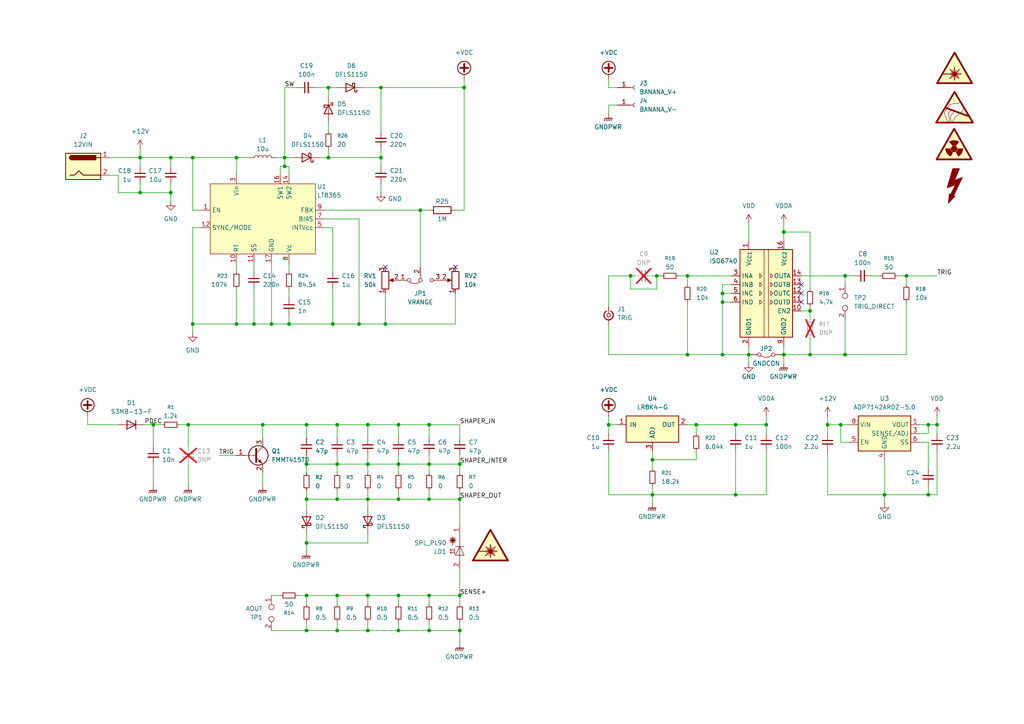
<source format=kicad_sch>
(kicad_sch (version 20250114) (generator "eeschema") (generator_version "9.0")
  (paper "A4")
  (junction (at 115.57 134.62))
  (junction (at 88.9 182.88))
  (junction (at 106.68 144.78))
  (junction (at 213.36 123.19))
  (junction (at 76.2 123.19))
  (junction (at 104.14 93.98))
  (junction (at 115.57 182.88))
  (junction (at 234.95 102.87))
  (junction (at 190.5 80.01))
  (junction (at 68.58 93.98))
  (junction (at 88.9 172.72))
  (junction (at 209.55 85.09))
  (junction (at 97.79 144.78))
  (junction (at 176.53 123.19))
  (junction (at 222.25 123.19))
  (junction (at 96.52 93.98))
  (junction (at 106.68 134.62))
  (junction (at 110.49 25.4))
  (junction (at 234.95 90.17))
  (junction (at 124.46 172.72))
  (junction (at 240.03 123.19))
  (junction (at 269.24 143.51))
  (junction (at 95.25 45.72))
  (junction (at 124.46 144.78))
  (junction (at 217.17 102.87))
  (junction (at 262.89 80.01))
  (junction (at 78.74 93.98))
  (junction (at 269.24 123.19))
  (junction (at 182.88 80.01))
  (junction (at 124.46 134.62))
  (junction (at 124.46 123.19))
  (junction (at 245.11 80.01))
  (junction (at 88.9 144.78))
  (junction (at 106.68 123.19))
  (junction (at 199.39 80.01))
  (junction (at 83.82 93.98))
  (junction (at 49.53 45.72))
  (junction (at 55.88 93.98))
  (junction (at 111.76 93.98))
  (junction (at 189.23 143.51))
  (junction (at 227.33 102.87))
  (junction (at 40.64 45.72))
  (junction (at 189.23 133.35))
  (junction (at 106.68 182.88))
  (junction (at 271.78 123.19))
  (junction (at 115.57 123.19))
  (junction (at 88.9 157.48))
  (junction (at 68.58 45.72))
  (junction (at 73.66 93.98))
  (junction (at 97.79 134.62))
  (junction (at 97.79 123.19))
  (junction (at 133.35 144.78))
  (junction (at 106.68 172.72))
  (junction (at 40.64 55.88))
  (junction (at 227.33 67.31))
  (junction (at 133.35 172.72))
  (junction (at 95.25 25.4))
  (junction (at 134.62 25.4))
  (junction (at 124.46 182.88))
  (junction (at 54.61 123.19))
  (junction (at 82.55 45.72))
  (junction (at 82.55 48.26))
  (junction (at 201.93 123.19))
  (junction (at 115.57 172.72))
  (junction (at 88.9 134.62))
  (junction (at 110.49 45.72))
  (junction (at 55.88 45.72))
  (junction (at 209.55 102.87))
  (junction (at 209.55 87.63))
  (junction (at 121.92 60.96))
  (junction (at 88.9 123.19))
  (junction (at 199.39 102.87))
  (junction (at 97.79 172.72))
  (junction (at 97.79 182.88))
  (junction (at 133.35 134.62))
  (junction (at 245.11 102.87))
  (junction (at 44.45 123.19))
  (junction (at 115.57 144.78))
  (junction (at 256.54 143.51))
  (junction (at 133.35 182.88))
  (junction (at 213.36 143.51))
  (junction (at 243.84 123.19))
  (junction (at 49.53 55.88))
  (no_connect (at 232.41 87.63))
  (no_connect (at 132.08 77.47))
  (no_connect (at 232.41 85.09))
  (no_connect (at 232.41 82.55))
  (no_connect (at 111.76 77.47))
  (wire (pts (xy 73.66 93.98) (xy 68.58 93.98)))
  (wire (pts (xy 88.9 123.19) (xy 88.9 127)))
  (wire (pts (xy 176.53 33.02) (xy 176.53 30.48)))
  (wire (pts (xy 106.68 180.34) (xy 106.68 182.88)))
  (wire (pts (xy 97.79 123.19) (xy 106.68 123.19)))
  (wire (pts (xy 124.46 123.19) (xy 133.35 123.19)))
  (wire (pts (xy 88.9 157.48) (xy 88.9 160.02)))
  (wire (pts (xy 78.74 93.98) (xy 73.66 93.98)))
  (wire (pts (xy 34.29 50.8) (xy 34.29 55.88)))
  (wire (pts (xy 115.57 172.72) (xy 115.57 175.26)))
  (wire (pts (xy 124.46 134.62) (xy 124.46 137.16)))
  (wire (pts (xy 262.89 102.87) (xy 245.11 102.87)))
  (wire (pts (xy 106.68 132.08) (xy 106.68 134.62)))
  (wire (pts (xy 271.78 123.19) (xy 271.78 125.73)))
  (wire (pts (xy 234.95 97.79) (xy 234.95 102.87)))
  (wire (pts (xy 83.82 91.44) (xy 83.82 93.98)))
  (wire (pts (xy 106.68 172.72) (xy 115.57 172.72)))
  (wire (pts (xy 115.57 123.19) (xy 115.57 127)))
  (wire (pts (xy 82.55 48.26) (xy 81.28 48.26)))
  (wire (pts (xy 232.41 80.01) (xy 245.11 80.01)))
  (wire (pts (xy 134.62 22.86) (xy 134.62 25.4)))
  (wire (pts (xy 260.35 80.01) (xy 262.89 80.01)))
  (wire (pts (xy 97.79 172.72) (xy 97.79 175.26)))
  (wire (pts (xy 95.25 45.72) (xy 110.49 45.72)))
  (wire (pts (xy 213.36 125.73) (xy 213.36 123.19)))
  (wire (pts (xy 76.2 123.19) (xy 76.2 127)))
  (wire (pts (xy 234.95 90.17) (xy 234.95 92.71)))
  (wire (pts (xy 110.49 45.72) (xy 110.49 48.26)))
  (wire (pts (xy 58.42 66.04) (xy 55.88 66.04)))
  (wire (pts (xy 271.78 130.81) (xy 271.78 143.51)))
  (wire (pts (xy 124.46 172.72) (xy 133.35 172.72)))
  (wire (pts (xy 189.23 140.97) (xy 189.23 143.51)))
  (wire (pts (xy 68.58 45.72) (xy 72.39 45.72)))
  (wire (pts (xy 110.49 43.18) (xy 110.49 45.72)))
  (wire (pts (xy 269.24 125.73) (xy 269.24 123.19)))
  (wire (pts (xy 104.14 93.98) (xy 104.14 63.5)))
  (wire (pts (xy 124.46 144.78) (xy 133.35 144.78)))
  (wire (pts (xy 179.07 25.4) (xy 176.53 25.4)))
  (wire (pts (xy 262.89 87.63) (xy 262.89 102.87)))
  (wire (pts (xy 96.52 78.74) (xy 96.52 66.04)))
  (wire (pts (xy 133.35 144.78) (xy 133.35 152.4)))
  (wire (pts (xy 82.55 45.72) (xy 82.55 48.26)))
  (wire (pts (xy 82.55 25.4) (xy 82.55 45.72)))
  (wire (pts (xy 41.91 123.19) (xy 44.45 123.19)))
  (wire (pts (xy 106.68 134.62) (xy 106.68 137.16)))
  (wire (pts (xy 176.53 123.19) (xy 179.07 123.19)))
  (wire (pts (xy 115.57 172.72) (xy 124.46 172.72)))
  (wire (pts (xy 78.74 182.88) (xy 88.9 182.88)))
  (wire (pts (xy 106.68 172.72) (xy 106.68 175.26)))
  (wire (pts (xy 252.73 80.01) (xy 255.27 80.01)))
  (wire (pts (xy 93.98 60.96) (xy 121.92 60.96)))
  (wire (pts (xy 91.44 25.4) (xy 95.25 25.4)))
  (wire (pts (xy 133.35 134.62) (xy 133.35 137.16)))
  (wire (pts (xy 217.17 102.87) (xy 217.17 105.41)))
  (wire (pts (xy 133.35 144.78) (xy 133.35 142.24)))
  (wire (pts (xy 182.88 80.01) (xy 184.15 80.01)))
  (wire (pts (xy 124.46 172.72) (xy 124.46 175.26)))
  (wire (pts (xy 55.88 66.04) (xy 55.88 93.98)))
  (wire (pts (xy 63.5 132.08) (xy 68.58 132.08)))
  (wire (pts (xy 124.46 182.88) (xy 133.35 182.88)))
  (wire (pts (xy 106.68 182.88) (xy 115.57 182.88)))
  (wire (pts (xy 104.14 63.5) (xy 93.98 63.5)))
  (wire (pts (xy 115.57 144.78) (xy 124.46 144.78)))
  (wire (pts (xy 49.53 53.34) (xy 49.53 55.88)))
  (wire (pts (xy 132.08 60.96) (xy 134.62 60.96)))
  (wire (pts (xy 269.24 123.19) (xy 271.78 123.19)))
  (wire (pts (xy 190.5 83.82) (xy 190.5 80.01)))
  (wire (pts (xy 97.79 142.24) (xy 97.79 144.78)))
  (wire (pts (xy 44.45 123.19) (xy 44.45 129.54)))
  (wire (pts (xy 95.25 27.94) (xy 95.25 25.4)))
  (wire (pts (xy 176.53 80.01) (xy 182.88 80.01)))
  (wire (pts (xy 76.2 123.19) (xy 88.9 123.19)))
  (wire (pts (xy 240.03 120.65) (xy 240.03 123.19)))
  (wire (pts (xy 176.53 130.81) (xy 176.53 143.51)))
  (wire (pts (xy 269.24 128.27) (xy 269.24 135.89)))
  (wire (pts (xy 88.9 132.08) (xy 88.9 134.62)))
  (wire (pts (xy 96.52 93.98) (xy 104.14 93.98)))
  (wire (pts (xy 40.64 53.34) (xy 40.64 55.88)))
  (wire (pts (xy 97.79 144.78) (xy 106.68 144.78)))
  (wire (pts (xy 182.88 83.82) (xy 190.5 83.82)))
  (wire (pts (xy 199.39 80.01) (xy 212.09 80.01)))
  (wire (pts (xy 106.68 157.48) (xy 106.68 154.94)))
  (wire (pts (xy 82.55 45.72) (xy 85.09 45.72)))
  (wire (pts (xy 240.03 123.19) (xy 240.03 125.73)))
  (wire (pts (xy 176.53 120.65) (xy 176.53 123.19)))
  (wire (pts (xy 83.82 50.8) (xy 83.82 48.26)))
  (wire (pts (xy 199.39 123.19) (xy 201.93 123.19)))
  (wire (pts (xy 97.79 132.08) (xy 97.79 134.62)))
  (wire (pts (xy 68.58 83.82) (xy 68.58 93.98)))
  (wire (pts (xy 25.4 120.65) (xy 25.4 123.19)))
  (wire (pts (xy 271.78 120.65) (xy 271.78 123.19)))
  (wire (pts (xy 49.53 45.72) (xy 40.64 45.72)))
  (wire (pts (xy 227.33 100.33) (xy 227.33 102.87)))
  (wire (pts (xy 34.29 55.88) (xy 40.64 55.88)))
  (wire (pts (xy 106.68 144.78) (xy 106.68 147.32)))
  (wire (pts (xy 40.64 55.88) (xy 49.53 55.88)))
  (wire (pts (xy 88.9 142.24) (xy 88.9 144.78)))
  (wire (pts (xy 189.23 133.35) (xy 201.93 133.35)))
  (wire (pts (xy 96.52 93.98) (xy 96.52 83.82)))
  (wire (pts (xy 199.39 80.01) (xy 199.39 82.55)))
  (wire (pts (xy 209.55 87.63) (xy 212.09 87.63)))
  (wire (pts (xy 246.38 128.27) (xy 243.84 128.27)))
  (wire (pts (xy 245.11 80.01) (xy 247.65 80.01)))
  (wire (pts (xy 227.33 67.31) (xy 234.95 67.31)))
  (wire (pts (xy 182.88 80.01) (xy 182.88 83.82)))
  (wire (pts (xy 256.54 133.35) (xy 256.54 143.51)))
  (wire (pts (xy 124.46 123.19) (xy 124.46 127)))
  (wire (pts (xy 201.93 133.35) (xy 201.93 130.81)))
  (wire (pts (xy 269.24 143.51) (xy 256.54 143.51)))
  (wire (pts (xy 40.64 45.72) (xy 40.64 48.26)))
  (wire (pts (xy 78.74 172.72) (xy 81.28 172.72)))
  (wire (pts (xy 95.25 43.18) (xy 95.25 45.72)))
  (wire (pts (xy 266.7 123.19) (xy 269.24 123.19)))
  (wire (pts (xy 115.57 142.24) (xy 115.57 144.78)))
  (wire (pts (xy 189.23 80.01) (xy 190.5 80.01)))
  (wire (pts (xy 54.61 123.19) (xy 54.61 129.54)))
  (wire (pts (xy 213.36 130.81) (xy 213.36 143.51)))
  (wire (pts (xy 232.41 90.17) (xy 234.95 90.17)))
  (wire (pts (xy 97.79 123.19) (xy 97.79 127)))
  (wire (pts (xy 196.85 80.01) (xy 199.39 80.01)))
  (wire (pts (xy 83.82 93.98) (xy 78.74 93.98)))
  (wire (pts (xy 115.57 134.62) (xy 124.46 134.62)))
  (wire (pts (xy 83.82 76.2) (xy 83.82 78.74)))
  (wire (pts (xy 227.33 64.77) (xy 227.33 67.31)))
  (wire (pts (xy 176.53 93.98) (xy 176.53 102.87)))
  (wire (pts (xy 234.95 88.9) (xy 234.95 90.17)))
  (wire (pts (xy 213.36 123.19) (xy 201.93 123.19)))
  (wire (pts (xy 190.5 80.01) (xy 191.77 80.01)))
  (wire (pts (xy 106.68 123.19) (xy 106.68 127)))
  (wire (pts (xy 97.79 182.88) (xy 106.68 182.88)))
  (wire (pts (xy 110.49 25.4) (xy 105.41 25.4)))
  (wire (pts (xy 245.11 82.55) (xy 245.11 80.01)))
  (wire (pts (xy 40.64 43.18) (xy 40.64 45.72)))
  (wire (pts (xy 110.49 38.1) (xy 110.49 25.4)))
  (wire (pts (xy 132.08 93.98) (xy 111.76 93.98)))
  (wire (pts (xy 115.57 132.08) (xy 115.57 134.62)))
  (wire (pts (xy 115.57 134.62) (xy 115.57 137.16)))
  (wire (pts (xy 266.7 125.73) (xy 269.24 125.73)))
  (wire (pts (xy 176.53 123.19) (xy 176.53 125.73)))
  (wire (pts (xy 31.75 50.8) (xy 34.29 50.8)))
  (wire (pts (xy 88.9 123.19) (xy 97.79 123.19)))
  (wire (pts (xy 106.68 123.19) (xy 115.57 123.19)))
  (wire (pts (xy 262.89 82.55) (xy 262.89 80.01)))
  (wire (pts (xy 25.4 123.19) (xy 34.29 123.19)))
  (wire (pts (xy 73.66 76.2) (xy 73.66 78.74)))
  (wire (pts (xy 176.53 143.51) (xy 189.23 143.51)))
  (wire (pts (xy 189.23 133.35) (xy 189.23 135.89)))
  (wire (pts (xy 209.55 85.09) (xy 209.55 87.63)))
  (wire (pts (xy 217.17 100.33) (xy 217.17 102.87)))
  (wire (pts (xy 55.88 60.96) (xy 58.42 60.96)))
  (wire (pts (xy 111.76 93.98) (xy 104.14 93.98)))
  (wire (pts (xy 201.93 125.73) (xy 201.93 123.19)))
  (wire (pts (xy 189.23 143.51) (xy 213.36 143.51)))
  (wire (pts (xy 227.33 67.31) (xy 227.33 69.85)))
  (wire (pts (xy 88.9 134.62) (xy 97.79 134.62)))
  (wire (pts (xy 83.82 93.98) (xy 96.52 93.98)))
  (wire (pts (xy 212.09 82.55) (xy 209.55 82.55)))
  (wire (pts (xy 176.53 80.01) (xy 176.53 88.9)))
  (wire (pts (xy 88.9 157.48) (xy 106.68 157.48)))
  (wire (pts (xy 73.66 83.82) (xy 73.66 93.98)))
  (wire (pts (xy 49.53 48.26) (xy 49.53 45.72)))
  (wire (pts (xy 213.36 123.19) (xy 222.25 123.19)))
  (wire (pts (xy 209.55 87.63) (xy 209.55 102.87)))
  (wire (pts (xy 199.39 102.87) (xy 209.55 102.87)))
  (wire (pts (xy 133.35 165.1) (xy 133.35 172.72)))
  (wire (pts (xy 115.57 123.19) (xy 124.46 123.19)))
  (wire (pts (xy 133.35 123.19) (xy 133.35 127)))
  (wire (pts (xy 110.49 25.4) (xy 134.62 25.4)))
  (wire (pts (xy 245.11 92.71) (xy 245.11 102.87)))
  (wire (pts (xy 133.35 172.72) (xy 133.35 175.26)))
  (wire (pts (xy 54.61 134.62) (xy 54.61 140.97)))
  (wire (pts (xy 209.55 82.55) (xy 209.55 85.09)))
  (wire (pts (xy 243.84 128.27) (xy 243.84 123.19)))
  (wire (pts (xy 55.88 93.98) (xy 55.88 96.52)))
  (wire (pts (xy 106.68 144.78) (xy 115.57 144.78)))
  (wire (pts (xy 243.84 123.19) (xy 246.38 123.19)))
  (wire (pts (xy 110.49 53.34) (xy 110.49 55.88)))
  (wire (pts (xy 88.9 172.72) (xy 88.9 175.26)))
  (wire (pts (xy 124.46 180.34) (xy 124.46 182.88)))
  (wire (pts (xy 124.46 134.62) (xy 133.35 134.62)))
  (wire (pts (xy 88.9 180.34) (xy 88.9 182.88)))
  (wire (pts (xy 271.78 143.51) (xy 269.24 143.51)))
  (wire (pts (xy 97.79 172.72) (xy 106.68 172.72)))
  (wire (pts (xy 88.9 144.78) (xy 88.9 147.32)))
  (wire (pts (xy 234.95 102.87) (xy 227.33 102.87)))
  (wire (pts (xy 213.36 143.51) (xy 222.25 143.51)))
  (wire (pts (xy 88.9 134.62) (xy 88.9 137.16)))
  (wire (pts (xy 88.9 144.78) (xy 97.79 144.78)))
  (wire (pts (xy 121.92 60.96) (xy 124.46 60.96)))
  (wire (pts (xy 88.9 154.94) (xy 88.9 157.48)))
  (wire (pts (xy 133.35 182.88) (xy 133.35 180.34)))
  (wire (pts (xy 68.58 45.72) (xy 68.58 50.8)))
  (wire (pts (xy 68.58 93.98) (xy 55.88 93.98)))
  (wire (pts (xy 88.9 182.88) (xy 97.79 182.88)))
  (wire (pts (xy 96.52 66.04) (xy 93.98 66.04)))
  (wire (pts (xy 81.28 48.26) (xy 81.28 50.8)))
  (wire (pts (xy 86.36 25.4) (xy 82.55 25.4)))
  (wire (pts (xy 199.39 102.87) (xy 176.53 102.87)))
  (wire (pts (xy 243.84 123.19) (xy 240.03 123.19)))
  (wire (pts (xy 111.76 85.09) (xy 111.76 93.98)))
  (wire (pts (xy 245.11 102.87) (xy 234.95 102.87)))
  (wire (pts (xy 269.24 140.97) (xy 269.24 143.51)))
  (wire (pts (xy 76.2 137.16) (xy 76.2 140.97)))
  (wire (pts (xy 106.68 142.24) (xy 106.68 144.78)))
  (wire (pts (xy 234.95 83.82) (xy 234.95 67.31)))
  (wire (pts (xy 189.23 146.05) (xy 189.23 143.51)))
  (wire (pts (xy 262.89 80.01) (xy 271.78 80.01)))
  (wire (pts (xy 176.53 30.48) (xy 179.07 30.48)))
  (wire (pts (xy 133.35 182.88) (xy 133.35 186.69)))
  (wire (pts (xy 106.68 134.62) (xy 115.57 134.62)))
  (wire (pts (xy 256.54 143.51) (xy 256.54 146.05)))
  (wire (pts (xy 80.01 45.72) (xy 82.55 45.72)))
  (wire (pts (xy 124.46 132.08) (xy 124.46 134.62)))
  (wire (pts (xy 222.25 143.51) (xy 222.25 130.81)))
  (wire (pts (xy 83.82 83.82) (xy 83.82 86.36)))
  (wire (pts (xy 86.36 172.72) (xy 88.9 172.72)))
  (wire (pts (xy 124.46 142.24) (xy 124.46 144.78)))
  (wire (pts (xy 83.82 48.26) (xy 82.55 48.26)))
  (wire (pts (xy 209.55 85.09) (xy 212.09 85.09)))
  (wire (pts (xy 44.45 123.19) (xy 46.99 123.19)))
  (wire (pts (xy 189.23 130.81) (xy 189.23 133.35)))
  (wire (pts (xy 240.03 143.51) (xy 256.54 143.51)))
  (wire (pts (xy 266.7 128.27) (xy 269.24 128.27)))
  (wire (pts (xy 199.39 87.63) (xy 199.39 102.87)))
  (wire (pts (xy 97.79 134.62) (xy 97.79 137.16)))
  (wire (pts (xy 222.25 123.19) (xy 222.25 125.73)))
  (wire (pts (xy 132.08 85.09) (xy 132.08 93.98)))
  (wire (pts (xy 97.79 180.34) (xy 97.79 182.88)))
  (wire (pts (xy 49.53 55.88) (xy 49.53 58.42)))
  (wire (pts (xy 95.25 35.56) (xy 95.25 38.1)))
  (wire (pts (xy 209.55 102.87) (xy 217.17 102.87)))
  (wire (pts (xy 92.71 45.72) (xy 95.25 45.72)))
  (wire (pts (xy 217.17 64.77) (xy 217.17 69.85)))
  (wire (pts (xy 134.62 60.96) (xy 134.62 25.4)))
  (wire (pts (xy 88.9 172.72) (xy 97.79 172.72)))
  (wire (pts (xy 227.33 102.87) (xy 227.33 105.41)))
  (wire (pts (xy 68.58 45.72) (xy 55.88 45.72)))
  (wire (pts (xy 68.58 76.2) (xy 68.58 78.74)))
  (wire (pts (xy 222.25 120.65) (xy 222.25 123.19)))
  (wire (pts (xy 133.35 132.08) (xy 133.35 134.62)))
  (wire (pts (xy 31.75 45.72) (xy 40.64 45.72)))
  (wire (pts (xy 52.07 123.19) (xy 54.61 123.19)))
  (wire (pts (xy 115.57 180.34) (xy 115.57 182.88)))
  (wire (pts (xy 78.74 76.2) (xy 78.74 93.98)))
  (wire (pts (xy 95.25 25.4) (xy 97.79 25.4)))
  (wire (pts (xy 240.03 130.81) (xy 240.03 143.51)))
  (wire (pts (xy 97.79 134.62) (xy 106.68 134.62)))
  (wire (pts (xy 115.57 182.88) (xy 124.46 182.88)))
  (wire (pts (xy 44.45 134.62) (xy 44.45 140.97)))
  (wire (pts (xy 176.53 25.4) (xy 176.53 22.86)))
  (wire (pts (xy 55.88 45.72) (xy 55.88 60.96)))
  (wire (pts (xy 49.53 45.72) (xy 55.88 45.72)))
  (wire (pts (xy 121.92 60.96) (xy 121.92 77.47)))
  (wire (pts (xy 54.61 123.19) (xy 76.2 123.19)))
  (label "SW" (at 82.55 25.4 0))
  (label "PDEC" (at 41.91 123.19 0))
  (label "SENSE+" (at 133.35 172.72 0))
  (label "TRIG" (at 63.5 132.08 0))
  (label "SHAPER_IN" (at 133.35 123.19 0))
  (label "SHAPER_OUT" (at 133.35 144.78 0))
  (label "TRIG" (at 271.78 80.01 0))
  (label "SHAPER_INTER" (at 133.35 134.62 0))
  (symbol (lib_id "Device:C_Small") (at 110.49 50.8 180) (unit 1)
    (property "Reference" "C21" (at 113.03 49.5235 0) (effects (justify right)))
    (property "Value" "220n" (at 113.03 52.0635 0) (effects (justify right)))
    (property "Footprint" "Capacitor_SMD:C_2220_5750Metric" (effects (hide yes)))
    (property "Description" "Unpolarized capacitor, small symbol" (effects (hide yes)))
    (property "DIGIKEY_PN" "490-3520-1-ND" (effects (hide yes)))
  )
  (symbol (lib_id "Device:C_Small") (at 106.68 129.54 0) (unit 1)
    (property "Reference" "C4" (at 109.22 128.2762 0) (effects (justify left)))
    (property "Value" "47p" (at 109.22 130.8162 0) (effects (justify left)))
    (property "Footprint" "Capacitor_SMD:C_1210_3225Metric" (effects (hide yes)))
    (property "Description" "Unpolarized capacitor, small symbol" (effects (hide yes)))
    (property "DIGIKEY_PN" "720-1040-1-ND" (effects (hide yes)))
  )
  (symbol (lib_id "power:GND") (at 256.54 146.05 0) (unit 1)
    (property "Reference" "#PWR022" (effects (hide yes)))
    (property "Value" "GND" (at 256.54 149.86 0))
    (property "Description" "Power symbol creates a global label with name \"GND\" , ground" (effects (hide yes)))
  )
  (symbol (lib_id "Device:R_Potentiometer") (at 111.76 81.28 0) (mirror x) (unit 1)
    (property "Reference" "RV1" (at 109.22 80.0099 0) (effects (justify right)))
    (property "Value" "50k" (at 109.22 82.5499 0) (effects (justify right)))
    (property "Footprint" "Potentiometer_SMD:Potentiometer_Bourns_3314S_Horizontal" (effects (hide yes)))
    (property "Description" "Potentiometer" (effects (hide yes)))
    (property "DIGIKEY_PN" "3314J-503ECT-ND" (effects (hide yes)))
  )
  (symbol (lib_id "Device:C_Small") (at 54.61 132.08 0) (unit 1) (dnp yes)
    (property "Reference" "C13" (at 57.15 130.8162 0) (effects (justify left)))
    (property "Value" "DNP" (at 57.15 133.3562 0) (effects (justify left)))
    (property "Footprint" "Capacitor_SMD:C_1210_3225Metric" (effects (hide yes)))
    (property "Description" "Unpolarized capacitor, small symbol" (effects (hide yes)))
  )
  (symbol (lib_id "power:+VDC") (at 176.53 120.65 0) (unit 1)
    (property "Reference" "#PWR010" (effects (hide yes)))
    (property "Value" "+VDC" (at 176.53 113.03 0))
    (property "Description" "Power symbol creates a global label with name \"+VDC\"" (effects (hide yes)))
  )
  (symbol (lib_id "power:GNDPWR") (at 88.9 160.02 0) (unit 1)
    (property "Reference" "#PWR04" (effects (hide yes)))
    (property "Value" "GNDPWR" (at 88.773 163.83 0))
    (property "Description" "Power symbol creates a global label with name \"GNDPWR\" , global ground" (effects (hide yes)))
  )
  (symbol (lib_id "Device:C_Small") (at 110.49 40.64 180) (unit 1)
    (property "Reference" "C20" (at 113.03 39.3635 0) (effects (justify right)))
    (property "Value" "220n" (at 113.03 41.9035 0) (effects (justify right)))
    (property "Footprint" "Capacitor_SMD:C_2220_5750Metric" (effects (hide yes)))
    (property "Description" "Unpolarized capacitor, small symbol" (effects (hide yes)))
    (property "DIGIKEY_PN" "490-3520-1-ND" (effects (hide yes)))
  )
  (symbol (lib_id "Connector:Conn_01x01_Socket") (at 184.15 25.4 0) (unit 1)
    (property "Reference" "J3" (at 185.42 24.1299 0) (effects (justify left)))
    (property "Value" "BANANA_V+" (at 185.42 26.6699 0) (effects (justify left)))
    (property "Footprint" "MountingHole:MountingHole_3.7mm_Pad_Via" (effects (hide yes)))
    (property "Description" "Generic connector, single row, 01x01, script generated" (effects (hide yes)))
    (property "DIGIKEY_PN" "J10125-ND" (effects (hide yes)))
  )
  (symbol (lib_id "Device:C_Small") (at 44.45 132.08 0) (unit 1)
    (property "Reference" "C1" (at 46.99 130.8162 0) (effects (justify left)))
    (property "Value" "10n" (at 46.99 133.3562 0) (effects (justify left)))
    (property "Footprint" "Capacitor_SMD:C_1210_3225Metric" (effects (hide yes)))
    (property "Description" "Unpolarized capacitor, small symbol" (effects (hide yes)))
    (property "DIGIKEY_PN" "709-VPDF102W103K1GV001ECT-ND" (effects (hide yes)))
  )
  (symbol (lib_id "Device:R_Small") (at 124.46 139.7 0) (unit 1)
    (property "Reference" "R6" (at 127 138.4299 0) (effects (font (size 1.016 1.016)) (justify left)))
    (property "Value" "0" (at 127 140.9699 0) (effects (justify left)))
    (property "Footprint" "Resistor_SMD:R_1210_3225Metric" (effects (hide yes)))
    (property "Description" "Resistor, small symbol" (effects (hide yes)))
    (property "DIGIKEY_PN" "RMCF1210ZT0R00CT-ND" (effects (hide yes)))
  )
  (symbol (lib_id "Device:C_Small") (at 124.46 129.54 0) (unit 1)
    (property "Reference" "C6" (at 127 128.2762 0) (effects (justify left)))
    (property "Value" "47p" (at 127 130.8162 0) (effects (justify left)))
    (property "Footprint" "Capacitor_SMD:C_1210_3225Metric" (effects (hide yes)))
    (property "Description" "Unpolarized capacitor, small symbol" (effects (hide yes)))
    (property "DIGIKEY_PN" "720-1040-1-ND" (effects (hide yes)))
  )
  (symbol (lib_id "Device:L") (at 76.2 45.72 90) (unit 1)
    (property "Reference" "L1" (at 76.2 40.64 90))
    (property "Value" "10u" (at 76.2 43.18 90))
    (property "Footprint" "Inductor_SMD_Wurth:L_Wurth_WE-LQSH-4020" (effects (hide yes)))
    (property "Description" "Inductor" (effects (hide yes)))
    (property "DIGIKEY_PN" "732-3336-1-ND" (effects (hide yes)))
  )
  (symbol (lib_id "Device:R_Small") (at 234.95 86.36 180) (unit 1)
    (property "Reference" "R16" (at 237.49 85.0899 0) (effects (font (size 1.016 1.016)) (justify right)))
    (property "Value" "4.7k" (at 237.49 87.6299 0) (effects (justify right)))
    (property "Footprint" "Resistor_SMD:R_0603_1608Metric" (effects (hide yes)))
    (property "Description" "Resistor, small symbol" (effects (hide yes)))
    (property "DIGIKEY_PN" "311-4.70KHRCT-ND" (effects (hide yes)))
  )
  (symbol (lib_id "Device:R_Small") (at 257.81 80.01 90) (unit 1)
    (property "Reference" "R15" (at 257.81 74.93 90) (effects (font (size 1.016 1.016))))
    (property "Value" "50" (at 257.81 77.47 90))
    (property "Footprint" "Resistor_SMD:R_0603_1608Metric" (effects (hide yes)))
    (property "Description" "Resistor, small symbol" (effects (hide yes)))
    (property "DIGIKEY_PN" "764-FC0603E50R0BTBST1CT-ND" (effects (hide yes)))
  )
  (symbol (lib_id "Device:D_Schottky") (at 88.9 45.72 180) (unit 1)
    (property "Reference" "D4" (at 89.2175 39.37 0))
    (property "Value" "DFLS1150" (at 89.2175 41.91 0))
    (property "Footprint" "Diode_SMD:D_PowerDI-123" (effects (hide yes)))
    (property "Description" "Schottky diode" (effects (hide yes)))
    (property "DIGIKEY_PN" "DFLS1150Q-7DICT-ND" (effects (hide yes)))
  )
  (symbol (lib_id "Device:D_Schottky") (at 95.25 31.75 270) (unit 1)
    (property "Reference" "D5" (at 97.79 30.1624 90) (effects (justify left)))
    (property "Value" "DFLS1150" (at 97.79 32.7024 90) (effects (justify left)))
    (property "Footprint" "Diode_SMD:D_PowerDI-123" (effects (hide yes)))
    (property "Description" "Schottky diode" (effects (hide yes)))
    (property "DIGIKEY_PN" "DFLS1150Q-7DICT-ND" (effects (hide yes)))
  )
  (symbol (lib_id "Graphic:SYM_Flash_Large") (at 276.86 53.34 0) (unit 1) (exclude_from_sim yes) (in_bom no) (on_board no)
    (property "Reference" "#SYM2" (effects (hide yes)))
    (property "Value" "SYM_Flash_Large" (effects (hide yes)))
    (property "Description" "Flash symbol, large" (effects (hide yes)))
  )
  (symbol (lib_id "Device:R_Small") (at 124.46 177.8 0) (unit 1)
    (property "Reference" "R12" (at 127 176.5299 0) (effects (font (size 1.016 1.016)) (justify left)))
    (property "Value" "0.5" (at 127 179.0699 0) (effects (justify left)))
    (property "Footprint" "Resistor_SMD:R_1210_3225Metric" (effects (hide yes)))
    (property "Description" "Resistor, small symbol" (effects (hide yes)))
    (property "DIGIKEY_PN" "311-0.5NACT-ND" (effects (hide yes)))
  )
  (symbol (lib_id "Device:R_Small") (at 97.79 177.8 0) (unit 1)
    (property "Reference" "R9" (at 100.33 176.5299 0) (effects (font (size 1.016 1.016)) (justify left)))
    (property "Value" "0.5" (at 100.33 179.0699 0) (effects (justify left)))
    (property "Footprint" "Resistor_SMD:R_1210_3225Metric" (effects (hide yes)))
    (property "Description" "Resistor, small symbol" (effects (hide yes)))
    (property "DIGIKEY_PN" "311-0.5NACT-ND" (effects (hide yes)))
  )
  (symbol (lib_id "Device:R_Potentiometer") (at 132.08 81.28 180) (unit 1)
    (property "Reference" "RV2" (at 134.62 80.0099 0) (effects (justify right)))
    (property "Value" "10k" (at 134.62 82.5499 0) (effects (justify right)))
    (property "Footprint" "Potentiometer_SMD:Potentiometer_Bourns_3314S_Horizontal" (effects (hide yes)))
    (property "Description" "Potentiometer" (effects (hide yes)))
    (property "DIGIKEY_PN" "3314J-103ECT-ND" (effects (hide yes)))
  )
  (symbol (lib_id "power:GNDPWR") (at 189.23 146.05 0) (unit 1)
    (property "Reference" "#PWR011" (effects (hide yes)))
    (property "Value" "GNDPWR" (at 189.103 149.86 0))
    (property "Description" "Power symbol creates a global label with name \"GNDPWR\" , global ground" (effects (hide yes)))
  )
  (symbol (lib_id "Device:R_Small") (at 189.23 138.43 0) (unit 1)
    (property "Reference" "R21" (at 191.77 137.1599 0) (effects (font (size 1.016 1.016)) (justify left)))
    (property "Value" "18.2k" (at 191.77 139.6999 0) (effects (justify left)))
    (property "Footprint" "Resistor_SMD:R_0603_1608Metric" (effects (hide yes)))
    (property "Description" "Resistor, small symbol" (effects (hide yes)))
    (property "DIGIKEY_PN" "RMCF0603FT18K2CT-ND" (effects (hide yes)))
  )
  (symbol (lib_id "Device:R_Small") (at 68.58 81.28 0) (mirror y) (unit 1)
    (property "Reference" "R23" (at 66.04 80.0099 0) (effects (font (size 1.016 1.016)) (justify left)))
    (property "Value" "107k" (at 66.04 82.5499 0) (effects (justify left)))
    (property "Footprint" "Resistor_SMD:R_0603_1608Metric" (effects (hide yes)))
    (property "Description" "Resistor, small symbol" (effects (hide yes)))
    (property "DIGIKEY_PN" "311-107KHRCT-ND" (effects (hide yes)))
  )
  (symbol (lib_id "power:VDDA") (at 227.33 64.77 0) (unit 1)
    (property "Reference" "#PWR09" (effects (hide yes)))
    (property "Value" "VDDA" (at 227.33 59.69 0))
    (property "Description" "Power symbol creates a global label with name \"VDDA\"" (effects (hide yes)))
  )
  (symbol (lib_id "Connector:Barrel_Jack") (at 24.13 48.26 0) (unit 1)
    (property "Reference" "J2" (at 24.13 39.37 0))
    (property "Value" "12VIN" (at 24.13 41.91 0))
    (property "Footprint" "Connector_BarrelJack:BarrelJack_Wuerth_694106106102_2.0x5.5mm" (effects (hide yes)))
    (property "Description" "DC Barrel Jack" (effects (hide yes)))
    (property "DIGIKEY_PN" "732-5929-1-ND" (effects (hide yes)))
  )
  (symbol (lib_id "power:+12V") (at 40.64 43.18 0) (unit 1)
    (property "Reference" "#PWR020" (effects (hide yes)))
    (property "Value" "+12V" (at 40.64 38.1 0))
    (property "Description" "Power symbol creates a global label with name \"+12V\"" (effects (hide yes)))
  )
  (symbol (lib_id "Device:R_Small") (at 262.89 85.09 0) (unit 1)
    (property "Reference" "R18" (at 265.43 83.8199 0) (effects (font (size 1.016 1.016)) (justify left)))
    (property "Value" "10k" (at 265.43 86.3599 0) (effects (justify left)))
    (property "Footprint" "Resistor_SMD:R_0603_1608Metric" (effects (hide yes)))
    (property "Description" "Resistor, small symbol" (effects (hide yes)))
    (property "DIGIKEY_PN" "RMCF0603JT10K0CT-ND" (effects (hide yes)))
  )
  (symbol (lib_id "Device:C_Small") (at 133.35 129.54 0) (unit 1)
    (property "Reference" "C7" (at 135.89 128.2762 0) (effects (justify left)))
    (property "Value" "47p" (at 135.89 130.8162 0) (effects (justify left)))
    (property "Footprint" "Capacitor_SMD:C_1210_3225Metric" (effects (hide yes)))
    (property "Description" "Unpolarized capacitor, small symbol" (effects (hide yes)))
    (property "DIGIKEY_PN" "720-1040-1-ND" (effects (hide yes)))
  )
  (symbol (lib_id "Transistor_BJT:Q_NPN_BEC") (at 73.66 132.08 0) (unit 1)
    (property "Reference" "Q1" (at 78.74 130.8099 0) (effects (justify left)))
    (property "Value" "FMMT415TD" (at 78.74 133.3499 0) (effects (justify left)))
    (property "Footprint" "Package_TO_SOT_SMD:SOT-23-3" (effects (hide yes)))
    (property "Description" "NPN transistor, base/emitter/collector" (effects (hide yes)))
    (property "DIGIKEY_PN" "FMMT415TDCT-ND" (effects (hide yes)))
  )
  (symbol (lib_id "power:GND") (at 55.88 96.52 0) (unit 1)
    (property "Reference" "#PWR014" (effects (hide yes)))
    (property "Value" "GND" (at 55.88 101.6 0))
    (property "Description" "Power symbol creates a global label with name \"GND\" , ground" (effects (hide yes)))
  )
  (symbol (lib_id "converter:LT8365") (at 76.2 63.5 0) (unit 1)
    (property "Reference" "U1" (at 91.948 54.102 0) (effects (justify left)))
    (property "Value" "LT8365" (at 91.948 56.642 0) (effects (justify left)))
    (property "Footprint" "Package_SO:Analog_MSOP-12-16-1EP_3x4.039mm_P0.5mm_EP1.651x2.845mm_ThermalVias" (effects (hide yes)))
    (property "DIGIKEY_PN" "505-LT8365EMSE#TRPBFCT-ND" (effects (hide yes)))
  )
  (symbol (lib_id "power:+VDC") (at 134.62 22.86 0) (unit 1)
    (property "Reference" "#PWR017" (effects (hide yes)))
    (property "Value" "+VDC" (at 134.62 15.24 0))
    (property "Description" "Power symbol creates a global label with name \"+VDC\"" (effects (hide yes)))
  )
  (symbol (lib_id "Connector:TestPoint_2Pole") (at 78.74 177.8 90) (mirror x) (unit 1)
    (property "Reference" "TP1" (at 76.2 179.0701 90) (effects (justify left)))
    (property "Value" "AOUT" (at 76.2 176.5301 90) (effects (justify left)))
    (property "Footprint" "Connector_Coaxial:SMA_Amphenol_132134-10_Vertical" (effects (hide yes)))
    (property "Description" "2-polar test point" (effects (hide yes)))
    (property "DIGIKEY_PN" "132134-10" (effects (hide yes)))
  )
  (symbol (lib_id "Diode:UF5408") (at 38.1 123.19 180) (unit 1)
    (property "Reference" "D1" (at 38.1 116.84 0))
    (property "Value" "S3MB-13-F" (at 38.1 119.38 0))
    (property "Footprint" "Diode_SMD:D_SMB" (effects (hide yes)))
    (property "Datasheet" "http://www.vishay.com/docs/88756/uf5400.pdf" (effects (hide yes)))
    (property "Description" "1000V 3A Soft Recovery Ultrafast Rectifier Diode, DO-201AD" (effects (hide yes)))
    (property "Sim.Device" "D" (effects (hide yes)))
    (property "Sim.Pins" "1=K 2=A" (effects (hide yes)))
    (property "DIGIKEY_PN" "S3MB-FDICT-ND" (effects (hide yes)))
  )
  (symbol (lib_id "Device:C_Small") (at 186.69 80.01 90) (unit 1) (dnp yes)
    (property "Reference" "C9" (at 186.6963 73.66 90))
    (property "Value" "DNP" (at 186.6963 76.2 90))
    (property "Footprint" "Capacitor_SMD:C_0603_1608Metric" (effects (hide yes)))
    (property "Description" "Unpolarized capacitor, small symbol" (effects (hide yes)))
  )
  (symbol (lib_id "Regulator_Linear:ADP7142ARDZ-5.0") (at 256.54 125.73 0) (unit 1)
    (property "Reference" "U3" (at 256.54 115.57 0))
    (property "Value" "ADP7142ARDZ-5.0" (at 256.54 118.11 0))
    (property "Footprint" "Package_SO:SOIC-8-1EP_3.9x4.9mm_P1.27mm_EP2.29x3mm" (effects (hide yes)))
    (property "Datasheet" "https://www.analog.com/media/en/technical-documentation/data-sheets/ADP7142.pdf" (effects (hide yes)))
    (property "Description" "200mA, Low Noise, CMOS Low Dropout Regulator, Positive, 5.0V Fixed Output, SOIC-8" (effects (hide yes)))
    (property "DIGIKEY_PN" "505-ADP7142ARDZ-5.0-ND" (effects (hide yes)))
  )
  (symbol (lib_id "Device:R_Small") (at 95.25 40.64 0) (unit 1)
    (property "Reference" "R26" (at 97.79 39.3699 0) (effects (font (size 1.016 1.016)) (justify left)))
    (property "Value" "20" (at 97.79 41.9099 0) (effects (justify left)))
    (property "Footprint" "Resistor_SMD:R_0805_2012Metric" (effects (hide yes)))
    (property "Description" "Resistor, small symbol" (effects (hide yes)))
    (property "DIGIKEY_PN" "738-RNCF0805DTE20R0CT-ND" (effects (hide yes)))
  )
  (symbol (lib_id "Jumper:Jumper_2_Bridged") (at 222.25 102.87 0) (mirror x) (unit 1)
    (property "Reference" "JP2" (at 222.25 101.092 0))
    (property "Value" "GNDCON" (at 222.25 105.41 0))
    (property "Footprint" "Jumper:SolderJumper-2_P1.3mm_Bridged_Pad1.0x1.5mm" (effects (hide yes)))
    (property "Description" "Jumper, 2-pole, closed/bridged" (effects (hide yes)))
  )
  (symbol (lib_id "Device:C_Small") (at 222.25 128.27 180) (unit 1)
    (property "Reference" "C12" (at 224.79 126.9935 0) (effects (justify right)))
    (property "Value" "100n" (at 224.79 129.5335 0) (effects (justify right)))
    (property "Footprint" "Capacitor_SMD:C_1210_3225Metric" (effects (hide yes)))
    (property "Description" "Unpolarized capacitor, small symbol" (effects (hide yes)))
    (property "DIGIKEY_PN" "445-2300-1-ND" (effects (hide yes)))
  )
  (symbol (lib_id "Device:R_Small") (at 133.35 177.8 0) (unit 1)
    (property "Reference" "R13" (at 135.89 176.5299 0) (effects (font (size 1.016 1.016)) (justify left)))
    (property "Value" "0.5" (at 135.89 179.0699 0) (effects (justify left)))
    (property "Footprint" "Resistor_SMD:R_1210_3225Metric" (effects (hide yes)))
    (property "Description" "Resistor, small symbol" (effects (hide yes)))
    (property "DIGIKEY_PN" "311-0.5NACT-ND" (effects (hide yes)))
  )
  (symbol (lib_id "Device:R_Small") (at 133.35 139.7 0) (unit 1)
    (property "Reference" "R7" (at 135.89 138.4299 0) (effects (font (size 1.016 1.016)) (justify left)))
    (property "Value" "0" (at 135.89 140.9699 0) (effects (justify left)))
    (property "Footprint" "Resistor_SMD:R_1210_3225Metric" (effects (hide yes)))
    (property "Description" "Resistor, small symbol" (effects (hide yes)))
    (property "DIGIKEY_PN" "RMCF1210ZT0R00CT-ND" (effects (hide yes)))
  )
  (symbol (lib_id "Device:R_Small") (at 88.9 139.7 0) (unit 1)
    (property "Reference" "R2" (at 91.44 138.4299 0) (effects (font (size 1.016 1.016)) (justify left)))
    (property "Value" "0" (at 91.44 140.9699 0) (effects (justify left)))
    (property "Footprint" "Resistor_SMD:R_1210_3225Metric" (effects (hide yes)))
    (property "Description" "Resistor, small symbol" (effects (hide yes)))
    (property "DIGIKEY_PN" "RMCF1210ZT0R00CT-ND" (effects (hide yes)))
  )
  (symbol (lib_id "Jumper:Jumper_3_Bridged12") (at 121.92 81.28 0) (mirror x) (unit 1) (in_bom no)
    (property "Reference" "JP1" (at 121.92 85.09 0))
    (property "Value" "VRANGE" (at 121.92 87.63 0))
    (property "Footprint" "Jumper:SolderJumper-3_P1.3mm_Bridged2Bar12_Pad1.0x1.5mm" (effects (hide yes)))
    (property "Description" "Jumper, 3-pole, pins 1+2 closed/bridged" (effects (hide yes)))
  )
  (symbol (lib_id "power:+12V") (at 240.03 120.65 0) (unit 1)
    (property "Reference" "#PWR021" (effects (hide yes)))
    (property "Value" "+12V" (at 240.03 115.57 0))
    (property "Description" "Power symbol creates a global label with name \"+12V\"" (effects (hide yes)))
  )
  (symbol (lib_id "Device:C_Small") (at 240.03 128.27 0) (unit 1)
    (property "Reference" "C22" (at 237.49 127.0062 0) (effects (justify right)))
    (property "Value" "2.2u" (at 237.49 129.5462 0) (effects (justify right)))
    (property "Footprint" "Capacitor_SMD:C_0603_1608Metric" (effects (hide yes)))
    (property "Description" "Unpolarized capacitor, small symbol" (effects (hide yes)))
    (property "DIGIKEY_PN" "490-GRM188Z71E225ME43DCT-ND" (effects (hide yes)))
  )
  (symbol (lib_id "Device:C_Small") (at 96.52 81.28 0) (unit 1)
    (property "Reference" "C16" (at 99.06 80.0162 0) (effects (justify left)))
    (property "Value" "1u" (at 99.06 82.5562 0) (effects (justify left)))
    (property "Footprint" "Capacitor_SMD:C_0603_1608Metric" (effects (hide yes)))
    (property "Description" "Unpolarized capacitor, small symbol" (effects (hide yes)))
    (property "DIGIKEY_PN" "1276-1946-1-ND" (effects (hide yes)))
  )
  (symbol (lib_id "power:GND") (at 110.49 55.88 0) (unit 1)
    (property "Reference" "#PWR016" (effects (hide yes)))
    (property "Value" "GND" (at 114.554 57.658 0))
    (property "Description" "Power symbol creates a global label with name \"GND\" , ground" (effects (hide yes)))
  )
  (symbol (lib_id "Device:R") (at 128.27 60.96 90) (unit 1)
    (property "Reference" "R25" (at 128.27 58.42 90))
    (property "Value" "1M" (at 128.27 63.5 90))
    (property "Footprint" "Resistor_SMD:R_0603_1608Metric" (effects (hide yes)))
    (property "Description" "Resistor" (effects (hide yes)))
    (property "DIGIKEY_PN" "2019-RN73H1JTTD1004B25CT-ND" (effects (hide yes)))
  )
  (symbol (lib_id "Device:C_Small") (at 49.53 50.8 0) (mirror y) (unit 1)
    (property "Reference" "C17" (at 46.99 49.5362 0) (effects (justify left)))
    (property "Value" "10u" (at 46.99 52.0762 0) (effects (justify left)))
    (property "Footprint" "Capacitor_SMD:C_2220_5750Metric" (effects (hide yes)))
    (property "Description" "Unpolarized capacitor, small symbol" (effects (hide yes)))
    (property "DIGIKEY_PN" "478-KGM55DR72A106MVCT-ND" (effects (hide yes)))
  )
  (symbol (lib_id "Device:D_Schottky") (at 106.68 151.13 90) (unit 1)
    (property "Reference" "D3" (at 109.22 150.1774 90) (effects (justify right)))
    (property "Value" "DFLS1150" (at 109.22 152.7174 90) (effects (justify right)))
    (property "Footprint" "Diode_SMD:D_PowerDI-123" (effects (hide yes)))
    (property "Description" "Schottky diode" (effects (hide yes)))
    (property "DIGIKEY_PN" "DFLS1150Q-7DICT-ND" (effects (hide yes)))
  )
  (symbol (lib_id "power:GNDPWR") (at 133.35 186.69 0) (unit 1)
    (property "Reference" "#PWR05" (effects (hide yes)))
    (property "Value" "GNDPWR" (at 133.223 190.5 0))
    (property "Description" "Power symbol creates a global label with name \"GNDPWR\" , global ground" (effects (hide yes)))
  )
  (symbol (lib_id "Device:D_Schottky") (at 101.6 25.4 180) (unit 1)
    (property "Reference" "D6" (at 101.9175 19.05 0))
    (property "Value" "DFLS1150" (at 101.9175 21.59 0))
    (property "Footprint" "Diode_SMD:D_PowerDI-123" (effects (hide yes)))
    (property "Description" "Schottky diode" (effects (hide yes)))
    (property "DIGIKEY_PN" "DFLS1150Q-7DICT-ND" (effects (hide yes)))
  )
  (symbol (lib_id "Device:R_Small") (at 115.57 139.7 0) (unit 1)
    (property "Reference" "R5" (at 118.11 138.4299 0) (effects (font (size 1.016 1.016)) (justify left)))
    (property "Value" "0" (at 118.11 140.9699 0) (effects (justify left)))
    (property "Footprint" "Resistor_SMD:R_1210_3225Metric" (effects (hide yes)))
    (property "Description" "Resistor, small symbol" (effects (hide yes)))
    (property "DIGIKEY_PN" "RMCF1210ZT0R00CT-ND" (effects (hide yes)))
  )
  (symbol (lib_id "power:VDD") (at 271.78 120.65 0) (unit 1)
    (property "Reference" "#PWR023" (effects (hide yes)))
    (property "Value" "VDD" (at 271.78 115.57 0))
    (property "Description" "Power symbol creates a global label with name \"VDD\"" (effects (hide yes)))
  )
  (symbol (lib_id "Connector:Conn_Coaxial_Small") (at 176.53 91.44 270) (unit 1)
    (property "Reference" "J1" (at 179.07 89.6503 90) (effects (justify left)))
    (property "Value" "TRIG" (at 179.07 92.1903 90) (effects (justify left)))
    (property "Footprint" "Connector_Coaxial:SMA_Amphenol_132134-10_Vertical" (effects (hide yes)))
    (property "Description" "small coaxial connector (BNC, SMA, SMB, SMC, Cinch/RCA, LEMO, ...)" (effects (hide yes)))
    (property "DIGIKEY_PN" "132134-10" (effects (hide yes)))
  )
  (symbol (lib_id "Device:R_Small") (at 106.68 139.7 0) (unit 1)
    (property "Reference" "R4" (at 109.22 138.4299 0) (effects (font (size 1.016 1.016)) (justify left)))
    (property "Value" "0" (at 109.22 140.9699 0) (effects (justify left)))
    (property "Footprint" "Resistor_SMD:R_1210_3225Metric" (effects (hide yes)))
    (property "Description" "Resistor, small symbol" (effects (hide yes)))
    (property "DIGIKEY_PN" "RMCF1210ZT0R00CT-ND" (effects (hide yes)))
  )
  (symbol (lib_id "Graphic:SYM_Radioactive_Large") (at 274.32 43.18 0) (unit 1) (exclude_from_sim yes) (in_bom no) (on_board no)
    (property "Reference" "#SYM4" (effects (hide yes)))
    (property "Value" "SYM_Radioactive_Large" (effects (hide yes)))
    (property "Description" "Radioactive/radiation warning symbol, large" (effects (hide yes)))
  )
  (symbol (lib_id "Device:C_Small") (at 97.79 129.54 0) (unit 1)
    (property "Reference" "C3" (at 100.33 128.2762 0) (effects (justify left)))
    (property "Value" "47p" (at 100.33 130.8162 0) (effects (justify left)))
    (property "Footprint" "Capacitor_SMD:C_1210_3225Metric" (effects (hide yes)))
    (property "Description" "Unpolarized capacitor, small symbol" (effects (hide yes)))
    (property "DIGIKEY_PN" "720-1040-1-ND" (effects (hide yes)))
  )
  (symbol (lib_id "Device:R_Small") (at 115.57 177.8 0) (unit 1)
    (property "Reference" "R11" (at 118.11 176.5299 0) (effects (font (size 1.016 1.016)) (justify left)))
    (property "Value" "0.5" (at 118.11 179.0699 0) (effects (justify left)))
    (property "Footprint" "Resistor_SMD:R_1210_3225Metric" (effects (hide yes)))
    (property "Description" "Resistor, small symbol" (effects (hide yes)))
    (property "DIGIKEY_PN" "311-0.5NACT-ND" (effects (hide yes)))
  )
  (symbol (lib_id "Device:D_Schottky") (at 88.9 151.13 90) (unit 1)
    (property "Reference" "D2" (at 91.44 150.1774 90) (effects (justify right)))
    (property "Value" "DFLS1150" (at 91.44 152.7174 90) (effects (justify right)))
    (property "Footprint" "Diode_SMD:D_PowerDI-123" (effects (hide yes)))
    (property "Description" "Schottky diode" (effects (hide yes)))
    (property "DIGIKEY_PN" "DFLS1150Q-7DICT-ND" (effects (hide yes)))
  )
  (symbol (lib_id "Graphic:SYM_ESD_Large") (at 276.86 30.48 0) (unit 1) (exclude_from_sim yes) (in_bom no) (on_board no)
    (property "Reference" "#SYM3" (effects (hide yes)))
    (property "Value" "SYM_ESD_Large" (effects (hide yes)))
    (property "Description" "ESD warning/\"Do not touch\" symbol, large" (effects (hide yes)))
  )
  (symbol (lib_id "Device:C_Small") (at 213.36 128.27 180) (unit 1)
    (property "Reference" "C11" (at 215.9 126.9935 0) (effects (justify right)))
    (property "Value" "1u" (at 215.9 129.5335 0) (effects (justify right)))
    (property "Footprint" "Capacitor_SMD:C_0603_1608Metric" (effects (hide yes)))
    (property "Description" "Unpolarized capacitor, small symbol" (effects (hide yes)))
    (property "DIGIKEY_PN" "1276-1946-1-ND" (effects (hide yes)))
  )
  (symbol (lib_id "power:GND") (at 49.53 58.42 0) (unit 1)
    (property "Reference" "#PWR015" (effects (hide yes)))
    (property "Value" "GND" (at 49.53 63.5 0))
    (property "Description" "Power symbol creates a global label with name \"GND\" , ground" (effects (hide yes)))
  )
  (symbol (lib_id "Isolator:ISO6740") (at 222.25 85.09 0) (unit 1)
    (property "Reference" "U2" (at 205.74 73.152 0) (effects (justify left)))
    (property "Value" "ISO6740" (at 205.74 75.692 0) (effects (justify left)))
    (property "Footprint" "Package_SO:SOIC-16W_7.5x10.3mm_P1.27mm" (effects (hide yes)))
    (property "Datasheet" "https://www.ti.com/lit/ds/symlink/iso6740.pdf" (effects (hide yes)))
    (property "Description" "General-purpose, quad-channel, 4/0 digital isolator" (effects (hide yes)))
    (property "DIGIKEY_PN" "296-ISO6740QDWRQ1CT-ND" (effects (hide yes)))
  )
  (symbol (lib_id "power:GNDPWR") (at 176.53 33.02 0) (unit 1)
    (property "Reference" "#PWR019" (effects (hide yes)))
    (property "Value" "GNDPWR" (at 176.403 36.83 0))
    (property "Description" "Power symbol creates a global label with name \"GNDPWR\" , global ground" (effects (hide yes)))
  )
  (symbol (lib_id "Device:C_Small") (at 176.53 128.27 0) (mirror x) (unit 1)
    (property "Reference" "C10" (at 173.99 126.9935 0) (effects (justify right)))
    (property "Value" "1u" (at 173.99 129.5335 0) (effects (justify right)))
    (property "Footprint" "Capacitor_SMD:C_2220_5750Metric" (effects (hide yes)))
    (property "Description" "Unpolarized capacitor, small symbol" (effects (hide yes)))
    (property "DIGIKEY_PN" "478-KGF55DR72J105KVCT-ND" (effects (hide yes)))
  )
  (symbol (lib_id "Device:C_Small") (at 269.24 138.43 0) (unit 1)
    (property "Reference" "C24" (at 266.7 137.1662 0) (effects (justify right)))
    (property "Value" "1n" (at 266.7 139.7062 0) (effects (justify right)))
    (property "Footprint" "Capacitor_SMD:C_0603_1608Metric" (effects (hide yes)))
    (property "Description" "Unpolarized capacitor, small symbol" (effects (hide yes)))
    (property "DIGIKEY_PN" "399-C0603C102K5RACTUCT-ND" (effects (hide yes)))
  )
  (symbol (lib_id "power:+VDC") (at 176.53 22.86 0) (unit 1)
    (property "Reference" "#PWR018" (effects (hide yes)))
    (property "Value" "+VDC" (at 176.53 15.24 0))
    (property "Description" "Power symbol creates a global label with name \"+VDC\"" (effects (hide yes)))
  )
  (symbol (lib_id "Device:R_Small") (at 234.95 95.25 180) (unit 1) (dnp yes)
    (property "Reference" "R17" (at 237.49 93.9799 0) (effects (font (size 1.016 1.016)) (justify right)))
    (property "Value" "DNP" (at 237.49 96.5199 0) (effects (justify right)))
    (property "Footprint" "Resistor_SMD:R_0603_1608Metric" (effects (hide yes)))
    (property "Description" "Resistor, small symbol" (effects (hide yes)))
  )
  (symbol (lib_id "power:VDDA") (at 222.25 120.65 0) (unit 1)
    (property "Reference" "#PWR012" (effects (hide yes)))
    (property "Value" "VDDA" (at 222.25 115.57 0))
    (property "Description" "Power symbol creates a global label with name \"VDDA\"" (effects (hide yes)))
  )
  (symbol (lib_id "Device:R_Small") (at 49.53 123.19 90) (unit 1)
    (property "Reference" "R1" (at 49.53 118.11 90) (effects (font (size 1.016 1.016))))
    (property "Value" "1.2k" (at 49.53 120.65 90))
    (property "Footprint" "Resistor_SMD:R_1210_3225Metric" (effects (hide yes)))
    (property "Description" "Resistor, small symbol" (effects (hide yes)))
    (property "DIGIKEY_PN" "2019-RK73B2ETTD122JCT-ND" (effects (hide yes)))
  )
  (symbol (lib_id "Device:C_Small") (at 88.9 25.4 90) (unit 1)
    (property "Reference" "C19" (at 88.9063 19.05 90))
    (property "Value" "100n" (at 88.9063 21.59 90))
    (property "Footprint" "Capacitor_SMD:C_1210_3225Metric" (effects (hide yes)))
    (property "Description" "Unpolarized capacitor, small symbol" (effects (hide yes)))
    (property "DIGIKEY_PN" "445-2300-1-ND" (effects (hide yes)))
  )
  (symbol (lib_id "Device:C_Small") (at 250.19 80.01 90) (unit 1)
    (property "Reference" "C8" (at 250.1963 73.66 90))
    (property "Value" "100n" (at 250.1963 76.2 90))
    (property "Footprint" "Capacitor_SMD:C_1210_3225Metric" (effects (hide yes)))
    (property "Description" "Unpolarized capacitor, small symbol" (effects (hide yes)))
    (property "DIGIKEY_PN" "445-2300-1-ND" (effects (hide yes)))
  )
  (symbol (lib_id "Graphic:SYM_LASER_Large") (at 142.24 157.48 0) (mirror y) (unit 1) (exclude_from_sim yes) (in_bom no) (on_board no)
    (property "Reference" "#SYM1" (effects (hide yes)))
    (property "Value" "SYM_LASER_Large" (effects (hide yes)))
    (property "Description" "Laser radiation warning symbol, large" (effects (hide yes)))
  )
  (symbol (lib_id "Connector:TestPoint_2Pole") (at 245.11 87.63 270) (unit 1)
    (property "Reference" "TP2" (at 247.65 86.3599 90) (effects (justify left)))
    (property "Value" "TRIG_DIRECT" (at 247.65 88.8999 90) (effects (justify left)))
    (property "Footprint" "Connector_Coaxial:SMA_Amphenol_132134-10_Vertical" (effects (hide yes)))
    (property "Description" "2-polar test point" (effects (hide yes)))
    (property "DIGIKEY_PN" "132134-10" (effects (hide yes)))
  )
  (symbol (lib_id "Device:R_Small") (at 201.93 128.27 0) (unit 1)
    (property "Reference" "R22" (at 204.47 126.9999 0) (effects (font (size 1.016 1.016)) (justify left)))
    (property "Value" "6.04k" (at 204.47 129.5399 0) (effects (justify left)))
    (property "Footprint" "Resistor_SMD:R_0603_1608Metric" (effects (hide yes)))
    (property "Description" "Resistor, small symbol" (effects (hide yes)))
    (property "DIGIKEY_PN" "2019-RK73H1JTTD6041FCT-ND" (effects (hide yes)))
  )
  (symbol (lib_id "Device:R_Small") (at 106.68 177.8 0) (unit 1)
    (property "Reference" "R10" (at 109.22 176.5299 0) (effects (font (size 1.016 1.016)) (justify left)))
    (property "Value" "0.5" (at 109.22 179.0699 0) (effects (justify left)))
    (property "Footprint" "Resistor_SMD:R_1210_3225Metric" (effects (hide yes)))
    (property "Description" "Resistor, small symbol" (effects (hide yes)))
    (property "DIGIKEY_PN" "311-0.5NACT-ND" (effects (hide yes)))
  )
  (symbol (lib_id "Connector:Conn_01x01_Socket") (at 184.15 30.48 0) (unit 1)
    (property "Reference" "J4" (at 185.42 29.2099 0) (effects (justify left)))
    (property "Value" "BANANA_V-" (at 185.42 31.7499 0) (effects (justify left)))
    (property "Footprint" "MountingHole:MountingHole_3.7mm_Pad_Via" (effects (hide yes)))
    (property "Description" "Generic connector, single row, 01x01, script generated" (effects (hide yes)))
    (property "DIGIKEY_PN" "J10126-ND" (effects (hide yes)))
  )
  (symbol (lib_id "Device:R_Small") (at 194.31 80.01 90) (unit 1)
    (property "Reference" "R19" (at 194.31 74.93 90) (effects (font (size 1.016 1.016))))
    (property "Value" "50" (at 194.31 77.47 90))
    (property "Footprint" "Resistor_SMD:R_0603_1608Metric" (effects (hide yes)))
    (property "Description" "Resistor, small symbol" (effects (hide yes)))
    (property "DIGIKEY_PN" "764-FC0603E50R0BTBST1CT-ND" (effects (hide yes)))
  )
  (symbol (lib_id "power:GNDPWR") (at 76.2 140.97 0) (unit 1)
    (property "Reference" "#PWR02" (effects (hide yes)))
    (property "Value" "GNDPWR" (at 76.073 144.78 0))
    (property "Description" "Power symbol creates a global label with name \"GNDPWR\" , global ground" (effects (hide yes)))
  )
  (symbol (lib_id "Device:R_Small") (at 83.82 172.72 90) (mirror x) (unit 1)
    (property "Reference" "R14" (at 83.82 177.8 90) (effects (font (size 1.016 1.016))))
    (property "Value" "50" (at 83.82 175.26 90))
    (property "Footprint" "Resistor_SMD:R_0603_1608Metric" (effects (hide yes)))
    (property "Description" "Resistor, small symbol" (effects (hide yes)))
    (property "DIGIKEY_PN" "764-FC0603E50R0BTBST1CT-ND" (effects (hide yes)))
  )
  (symbol (lib_id "Graphic:SYM_LASER_Large") (at 276.86 19.05 0) (mirror y) (unit 1) (exclude_from_sim yes) (in_bom no) (on_board no)
    (property "Reference" "#SYM5" (effects (hide yes)))
    (property "Value" "SYM_LASER_Large" (effects (hide yes)))
    (property "Description" "Laser radiation warning symbol, large" (effects (hide yes)))
  )
  (symbol (lib_id "Device:R_Small") (at 97.79 139.7 0) (unit 1)
    (property "Reference" "R3" (at 100.33 138.4299 0) (effects (font (size 1.016 1.016)) (justify left)))
    (property "Value" "0" (at 100.33 140.9699 0) (effects (justify left)))
    (property "Footprint" "Resistor_SMD:R_1210_3225Metric" (effects (hide yes)))
    (property "Description" "Resistor, small symbol" (effects (hide yes)))
    (property "DIGIKEY_PN" "RMCF1210ZT0R00CT-ND" (effects (hide yes)))
  )
  (symbol (lib_id "power:GNDPWR") (at 54.61 140.97 0) (unit 1)
    (property "Reference" "#PWR013" (effects (hide yes)))
    (property "Value" "GNDPWR" (at 54.483 144.78 0))
    (property "Description" "Power symbol creates a global label with name \"GNDPWR\" , global ground" (effects (hide yes)))
  )
  (symbol (lib_id "power:GNDPWR") (at 44.45 140.97 0) (unit 1)
    (property "Reference" "#PWR01" (effects (hide yes)))
    (property "Value" "GNDPWR" (at 44.323 144.78 0))
    (property "Description" "Power symbol creates a global label with name \"GNDPWR\" , global ground" (effects (hide yes)))
  )
  (symbol (lib_id "Regulator_Linear:LR8K4-G") (at 189.23 123.19 0) (unit 1)
    (property "Reference" "U4" (at 189.23 115.57 0))
    (property "Value" "LR8K4-G" (at 189.23 118.11 0))
    (property "Footprint" "Package_TO_SOT_SMD:TO-252-2" (effects (hide yes)))
    (property "Datasheet" "http://ww1.microchip.com/downloads/en/DeviceDoc/20005399B.pdf" (effects (hide yes)))
    (property "Description" "30mA 450V High-Voltage Linear Regulator (Adjustable), TO-252 (D-PAK)" (effects (hide yes)))
    (property "DIGIKEY_PN" "LR8K4-GCT-ND" (effects (hide yes)))
  )
  (symbol (lib_id "Device:C_Small") (at 40.64 50.8 0) (mirror y) (unit 1)
    (property "Reference" "C18" (at 38.1 49.5362 0) (effects (justify left)))
    (property "Value" "1u" (at 38.1 52.0762 0) (effects (justify left)))
    (property "Footprint" "Capacitor_SMD:C_2220_5750Metric" (effects (hide yes)))
    (property "Description" "Unpolarized capacitor, small symbol" (effects (hide yes)))
    (property "DIGIKEY_PN" "478-KGF55DR72J105KVCT-ND" (effects (hide yes)))
  )
  (symbol (lib_id "Device:C_Small") (at 115.57 129.54 0) (unit 1)
    (property "Reference" "C5" (at 118.11 128.27 0) (effects (justify left)))
    (property "Value" "47p" (at 118.11 130.81 0) (effects (justify left)))
    (property "Footprint" "Capacitor_SMD:C_1210_3225Metric" (effects (hide yes)))
    (property "Description" "Unpolarized capacitor, small symbol" (effects (hide yes)))
    (property "DIGIKEY_PN" "720-1040-1-ND" (effects (hide yes)))
  )
  (symbol (lib_id "power:GNDPWR") (at 227.33 105.41 0) (unit 1)
    (property "Reference" "#PWR06" (effects (hide yes)))
    (property "Value" "GNDPWR" (at 227.203 109.22 0))
    (property "Description" "Power symbol creates a global label with name \"GNDPWR\" , global ground" (effects (hide yes)))
  )
  (symbol (lib_id "Device:R_Small") (at 199.39 85.09 0) (unit 1)
    (property "Reference" "R20" (at 201.93 83.8199 0) (effects (font (size 1.016 1.016)) (justify left)))
    (property "Value" "10k" (at 201.93 86.3599 0) (effects (justify left)))
    (property "Footprint" "Resistor_SMD:R_0603_1608Metric" (effects (hide yes)))
    (property "Description" "Resistor, small symbol" (effects (hide yes)))
    (property "DIGIKEY_PN" "RMCF0603JT10K0CT-ND" (effects (hide yes)))
  )
  (symbol (lib_id "Device:R_Small") (at 83.82 81.28 0) (unit 1)
    (property "Reference" "R24" (at 86.36 80.0099 0) (effects (font (size 1.016 1.016)) (justify left)))
    (property "Value" "84.5k" (at 86.36 82.5499 0) (effects (justify left)))
    (property "Footprint" "Resistor_SMD:R_0603_1608Metric" (effects (hide yes)))
    (property "Description" "Resistor, small symbol" (effects (hide yes)))
    (property "DIGIKEY_PN" "311-84.5KHRCT-ND" (effects (hide yes)))
  )
  (symbol (lib_id "power:GND") (at 217.17 105.41 0) (unit 1)
    (property "Reference" "#PWR07" (effects (hide yes)))
    (property "Value" "GND" (at 217.17 109.22 0))
    (property "Description" "Power symbol creates a global label with name \"GND\" , ground" (effects (hide yes)))
  )
  (symbol (lib_id "Device:C_Small") (at 271.78 128.27 0) (mirror y) (unit 1)
    (property "Reference" "C23" (at 274.32 127.0062 0) (effects (justify right)))
    (property "Value" "2.2u" (at 274.32 129.5462 0) (effects (justify right)))
    (property "Footprint" "Capacitor_SMD:C_0603_1608Metric" (effects (hide yes)))
    (property "Description" "Unpolarized capacitor, small symbol" (effects (hide yes)))
    (property "DIGIKEY_PN" "490-GRM188Z71E225ME43DCT-ND" (effects (hide yes)))
  )
  (symbol (lib_id "power:VDD") (at 217.17 64.77 0) (unit 1)
    (property "Reference" "#PWR08" (effects (hide yes)))
    (property "Value" "VDD" (at 217.17 59.69 0))
    (property "Description" "Power symbol creates a global label with name \"VDD\"" (effects (hide yes)))
  )
  (symbol (lib_id "power:+VDC") (at 25.4 120.65 0) (unit 1)
    (property "Reference" "#PWR03" (effects (hide yes)))
    (property "Value" "+VDC" (at 25.4 113.03 0))
    (property "Description" "Power symbol creates a global label with name \"+VDC\"" (effects (hide yes)))
  )
  (symbol (lib_id "Device:C_Small") (at 83.82 88.9 0) (unit 1)
    (property "Reference" "C15" (at 86.36 87.6362 0) (effects (justify left)))
    (property "Value" "1n" (at 86.36 90.1762 0) (effects (justify left)))
    (property "Footprint" "Capacitor_SMD:C_0603_1608Metric" (effects (hide yes)))
    (property "Description" "Unpolarized capacitor, small symbol" (effects (hide yes)))
    (property "DIGIKEY_PN" "399-C0603C102K5RACTUCT-ND" (effects (hide yes)))
  )
  (symbol (lib_id "Device:C_Small") (at 73.66 81.28 0) (unit 1)
    (property "Reference" "C14" (at 76.2 80.0162 0) (effects (justify left)))
    (property "Value" "220n" (at 76.2 82.5562 0) (effects (justify left)))
    (property "Footprint" "Capacitor_SMD:C_0603_1608Metric" (effects (hide yes)))
    (property "Description" "Unpolarized capacitor, small symbol" (effects (hide yes)))
    (property "DIGIKEY_PN" "490-5402-1-ND" (effects (hide yes)))
  )
  (symbol (lib_id "Device:C_Small") (at 88.9 129.54 0) (unit 1)
    (property "Reference" "C2" (at 91.44 128.2762 0) (effects (justify left)))
    (property "Value" "47p" (at 91.44 130.8162 0) (effects (justify left)))
    (property "Footprint" "Capacitor_SMD:C_1210_3225Metric" (effects (hide yes)))
    (property "Description" "Unpolarized capacitor, small symbol" (effects (hide yes)))
    (property "DIGIKEY_PN" "720-1040-1-ND" (effects (hide yes)))
  )
  (symbol (lib_id "Device:R_Small") (at 88.9 177.8 0) (unit 1)
    (property "Reference" "R8" (at 91.44 176.5299 0) (effects (font (size 1.016 1.016)) (justify left)))
    (property "Value" "0.5" (at 91.44 179.0699 0) (effects (justify left)))
    (property "Footprint" "Resistor_SMD:R_1210_3225Metric" (effects (hide yes)))
    (property "Description" "Resistor, small symbol" (effects (hide yes)))
    (property "DIGIKEY_PN" "311-0.5NACT-ND" (effects (hide yes)))
  )
  (symbol (lib_id "Diode_Laser:SPL_PL90") (at 133.35 160.02 90) (mirror x) (unit 1)
    (property "Reference" "LD1" (at 129.54 160.0201 90) (effects (justify left)))
    (property "Value" "SPL_PL90" (at 129.54 157.4801 90) (effects (justify left)))
    (property "Footprint" "LED_THT:LED_D5.0mm" (effects (hide yes)))
    (property "Datasheet" "https://look.ams-osram.com/m/2e6f6e5edf55ddfe/original/SPL-PL90.pdf" (effects (hide yes)))
    (property "Description" "Pulsed Laser Diode in Plastic Package 25W Peak Power" (effects (hide yes)))
    (property "DIGIKEY_PN" "475-SPLPL90AT03-ND" (effects (hide yes)))
  )
)
</source>
